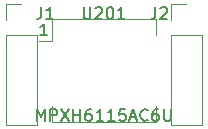
<source format=gbr>
%TF.GenerationSoftware,KiCad,Pcbnew,(5.1.6)-1*%
%TF.CreationDate,2021-10-24T13:19:54-07:00*%
%TF.ProjectId,MPXH61115AC6U Adapter,4d505848-3631-4313-9135-414336552041,rev?*%
%TF.SameCoordinates,Original*%
%TF.FileFunction,Legend,Top*%
%TF.FilePolarity,Positive*%
%FSLAX46Y46*%
G04 Gerber Fmt 4.6, Leading zero omitted, Abs format (unit mm)*
G04 Created by KiCad (PCBNEW (5.1.6)-1) date 2021-10-24 13:19:54*
%MOMM*%
%LPD*%
G01*
G04 APERTURE LIST*
%ADD10C,0.150000*%
%ADD11C,0.120000*%
G04 APERTURE END LIST*
D10*
X139350714Y-87193380D02*
X138779285Y-87193380D01*
X139065000Y-87193380D02*
X139065000Y-86193380D01*
X138969761Y-86336238D01*
X138874523Y-86431476D01*
X138779285Y-86479095D01*
D11*
%TO.C,J2*%
X149800000Y-84522000D02*
X151130000Y-84522000D01*
X149800000Y-85852000D02*
X149800000Y-84522000D01*
X149800000Y-87122000D02*
X152460000Y-87122000D01*
X152460000Y-87122000D02*
X152460000Y-94802000D01*
X149800000Y-87122000D02*
X149800000Y-94802000D01*
X149800000Y-94802000D02*
X152460000Y-94802000D01*
%TO.C,J1*%
X135830000Y-84522000D02*
X137160000Y-84522000D01*
X135830000Y-85852000D02*
X135830000Y-84522000D01*
X135830000Y-87122000D02*
X138490000Y-87122000D01*
X138490000Y-87122000D02*
X138490000Y-94802000D01*
X135830000Y-87122000D02*
X135830000Y-94802000D01*
X135830000Y-94802000D02*
X138490000Y-94802000D01*
%TO.C,U201*%
X139745000Y-94570000D02*
X139745000Y-93170000D01*
X148545000Y-94570000D02*
X139745000Y-94570000D01*
X148545000Y-93170000D02*
X148545000Y-94570000D01*
X138645000Y-87670000D02*
X138645000Y-87670000D01*
X139745000Y-87670000D02*
X138645000Y-87670000D01*
X139745000Y-85770000D02*
X139745000Y-87670000D01*
X148545000Y-85770000D02*
X139745000Y-85770000D01*
X148545000Y-87170000D02*
X148545000Y-85770000D01*
%TO.C,J2*%
D10*
X148510666Y-84796380D02*
X148510666Y-85510666D01*
X148463047Y-85653523D01*
X148367809Y-85748761D01*
X148224952Y-85796380D01*
X148129714Y-85796380D01*
X148939238Y-84891619D02*
X148986857Y-84844000D01*
X149082095Y-84796380D01*
X149320190Y-84796380D01*
X149415428Y-84844000D01*
X149463047Y-84891619D01*
X149510666Y-84986857D01*
X149510666Y-85082095D01*
X149463047Y-85224952D01*
X148891619Y-85796380D01*
X149510666Y-85796380D01*
%TO.C,J1*%
X138858666Y-84796380D02*
X138858666Y-85510666D01*
X138811047Y-85653523D01*
X138715809Y-85748761D01*
X138572952Y-85796380D01*
X138477714Y-85796380D01*
X139858666Y-85796380D02*
X139287238Y-85796380D01*
X139572952Y-85796380D02*
X139572952Y-84796380D01*
X139477714Y-84939238D01*
X139382476Y-85034476D01*
X139287238Y-85082095D01*
%TO.C,U201*%
X142430714Y-84796380D02*
X142430714Y-85605904D01*
X142478333Y-85701142D01*
X142525952Y-85748761D01*
X142621190Y-85796380D01*
X142811666Y-85796380D01*
X142906904Y-85748761D01*
X142954523Y-85701142D01*
X143002142Y-85605904D01*
X143002142Y-84796380D01*
X143430714Y-84891619D02*
X143478333Y-84844000D01*
X143573571Y-84796380D01*
X143811666Y-84796380D01*
X143906904Y-84844000D01*
X143954523Y-84891619D01*
X144002142Y-84986857D01*
X144002142Y-85082095D01*
X143954523Y-85224952D01*
X143383095Y-85796380D01*
X144002142Y-85796380D01*
X144621190Y-84796380D02*
X144716428Y-84796380D01*
X144811666Y-84844000D01*
X144859285Y-84891619D01*
X144906904Y-84986857D01*
X144954523Y-85177333D01*
X144954523Y-85415428D01*
X144906904Y-85605904D01*
X144859285Y-85701142D01*
X144811666Y-85748761D01*
X144716428Y-85796380D01*
X144621190Y-85796380D01*
X144525952Y-85748761D01*
X144478333Y-85701142D01*
X144430714Y-85605904D01*
X144383095Y-85415428D01*
X144383095Y-85177333D01*
X144430714Y-84986857D01*
X144478333Y-84891619D01*
X144525952Y-84844000D01*
X144621190Y-84796380D01*
X145906904Y-85796380D02*
X145335476Y-85796380D01*
X145621190Y-85796380D02*
X145621190Y-84796380D01*
X145525952Y-84939238D01*
X145430714Y-85034476D01*
X145335476Y-85082095D01*
X138478333Y-94432380D02*
X138478333Y-93432380D01*
X138811666Y-94146666D01*
X139145000Y-93432380D01*
X139145000Y-94432380D01*
X139621190Y-94432380D02*
X139621190Y-93432380D01*
X140002142Y-93432380D01*
X140097380Y-93480000D01*
X140145000Y-93527619D01*
X140192619Y-93622857D01*
X140192619Y-93765714D01*
X140145000Y-93860952D01*
X140097380Y-93908571D01*
X140002142Y-93956190D01*
X139621190Y-93956190D01*
X140525952Y-93432380D02*
X141192619Y-94432380D01*
X141192619Y-93432380D02*
X140525952Y-94432380D01*
X141573571Y-94432380D02*
X141573571Y-93432380D01*
X141573571Y-93908571D02*
X142145000Y-93908571D01*
X142145000Y-94432380D02*
X142145000Y-93432380D01*
X143049761Y-93432380D02*
X142859285Y-93432380D01*
X142764047Y-93480000D01*
X142716428Y-93527619D01*
X142621190Y-93670476D01*
X142573571Y-93860952D01*
X142573571Y-94241904D01*
X142621190Y-94337142D01*
X142668809Y-94384761D01*
X142764047Y-94432380D01*
X142954523Y-94432380D01*
X143049761Y-94384761D01*
X143097380Y-94337142D01*
X143145000Y-94241904D01*
X143145000Y-94003809D01*
X143097380Y-93908571D01*
X143049761Y-93860952D01*
X142954523Y-93813333D01*
X142764047Y-93813333D01*
X142668809Y-93860952D01*
X142621190Y-93908571D01*
X142573571Y-94003809D01*
X144097380Y-94432380D02*
X143525952Y-94432380D01*
X143811666Y-94432380D02*
X143811666Y-93432380D01*
X143716428Y-93575238D01*
X143621190Y-93670476D01*
X143525952Y-93718095D01*
X145049761Y-94432380D02*
X144478333Y-94432380D01*
X144764047Y-94432380D02*
X144764047Y-93432380D01*
X144668809Y-93575238D01*
X144573571Y-93670476D01*
X144478333Y-93718095D01*
X145954523Y-93432380D02*
X145478333Y-93432380D01*
X145430714Y-93908571D01*
X145478333Y-93860952D01*
X145573571Y-93813333D01*
X145811666Y-93813333D01*
X145906904Y-93860952D01*
X145954523Y-93908571D01*
X146002142Y-94003809D01*
X146002142Y-94241904D01*
X145954523Y-94337142D01*
X145906904Y-94384761D01*
X145811666Y-94432380D01*
X145573571Y-94432380D01*
X145478333Y-94384761D01*
X145430714Y-94337142D01*
X146383095Y-94146666D02*
X146859285Y-94146666D01*
X146287857Y-94432380D02*
X146621190Y-93432380D01*
X146954523Y-94432380D01*
X147859285Y-94337142D02*
X147811666Y-94384761D01*
X147668809Y-94432380D01*
X147573571Y-94432380D01*
X147430714Y-94384761D01*
X147335476Y-94289523D01*
X147287857Y-94194285D01*
X147240238Y-94003809D01*
X147240238Y-93860952D01*
X147287857Y-93670476D01*
X147335476Y-93575238D01*
X147430714Y-93480000D01*
X147573571Y-93432380D01*
X147668809Y-93432380D01*
X147811666Y-93480000D01*
X147859285Y-93527619D01*
X148716428Y-93432380D02*
X148525952Y-93432380D01*
X148430714Y-93480000D01*
X148383095Y-93527619D01*
X148287857Y-93670476D01*
X148240238Y-93860952D01*
X148240238Y-94241904D01*
X148287857Y-94337142D01*
X148335476Y-94384761D01*
X148430714Y-94432380D01*
X148621190Y-94432380D01*
X148716428Y-94384761D01*
X148764047Y-94337142D01*
X148811666Y-94241904D01*
X148811666Y-94003809D01*
X148764047Y-93908571D01*
X148716428Y-93860952D01*
X148621190Y-93813333D01*
X148430714Y-93813333D01*
X148335476Y-93860952D01*
X148287857Y-93908571D01*
X148240238Y-94003809D01*
X149240238Y-93432380D02*
X149240238Y-94241904D01*
X149287857Y-94337142D01*
X149335476Y-94384761D01*
X149430714Y-94432380D01*
X149621190Y-94432380D01*
X149716428Y-94384761D01*
X149764047Y-94337142D01*
X149811666Y-94241904D01*
X149811666Y-93432380D01*
%TD*%
M02*

</source>
